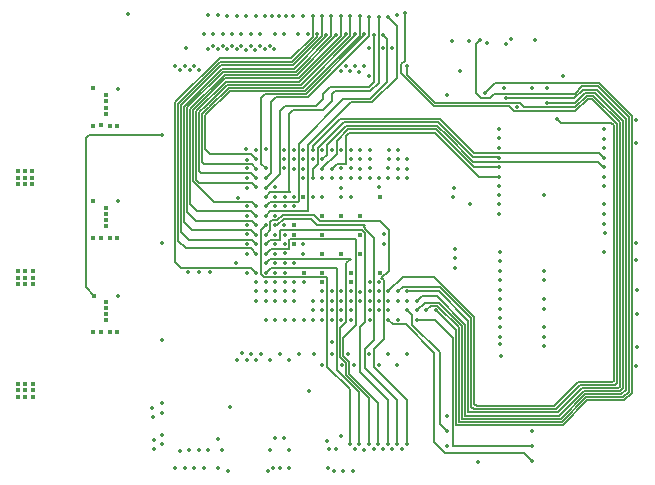
<source format=gbr>
%TF.GenerationSoftware,KiCad,Pcbnew,8.0.1*%
%TF.CreationDate,2024-12-16T00:39:24-05:00*%
%TF.ProjectId,cm,636d2e6b-6963-4616-945f-706362585858,rev?*%
%TF.SameCoordinates,Original*%
%TF.FileFunction,Copper,L3,Inr*%
%TF.FilePolarity,Positive*%
%FSLAX46Y46*%
G04 Gerber Fmt 4.6, Leading zero omitted, Abs format (unit mm)*
G04 Created by KiCad (PCBNEW 8.0.1) date 2024-12-16 00:39:24*
%MOMM*%
%LPD*%
G01*
G04 APERTURE LIST*
%TA.AperFunction,ViaPad*%
%ADD10C,0.350000*%
%TD*%
%TA.AperFunction,ViaPad*%
%ADD11C,0.403200*%
%TD*%
%TA.AperFunction,Conductor*%
%ADD12C,0.152400*%
%TD*%
%TA.AperFunction,Conductor*%
%ADD13C,0.127000*%
%TD*%
G04 APERTURE END LIST*
D10*
%TO.N,GND*%
X128600000Y-75460600D03*
D11*
X100165258Y-78994000D03*
X99187000Y-84912200D03*
D10*
X111861600Y-60147200D03*
D11*
X99187000Y-85928200D03*
X99212400Y-76403200D03*
X99181942Y-67919600D03*
D10*
X111480600Y-61696600D03*
D11*
X99161600Y-77978000D03*
X98125258Y-78994000D03*
D10*
X144195800Y-85394800D03*
X132588000Y-87960200D03*
X115900000Y-73100000D03*
X129958900Y-62280800D03*
D11*
X98795258Y-86929845D03*
D10*
X131495800Y-62458600D03*
X110261400Y-60147200D03*
D11*
X98795258Y-78984000D03*
X99207342Y-66827400D03*
X100160200Y-69443600D03*
D10*
X115900000Y-80300000D03*
X112728000Y-71450000D03*
X123875800Y-60121800D03*
D11*
X99545258Y-86939845D03*
X100165258Y-86939845D03*
D10*
X116700000Y-72300000D03*
X132562600Y-83337400D03*
X115100000Y-75500000D03*
D11*
X98120200Y-69443600D03*
X99540200Y-69443600D03*
D10*
X122300000Y-84300000D03*
X117500400Y-85877400D03*
D11*
X99187000Y-85420200D03*
D10*
X123150000Y-72288400D03*
X124700000Y-84300000D03*
D11*
X98790200Y-69433600D03*
X98125258Y-86939845D03*
X99187000Y-76936600D03*
D10*
X111074200Y-60147200D03*
X115900000Y-73900000D03*
D11*
X99181942Y-67386200D03*
D10*
X115150000Y-81100000D03*
D11*
X99187000Y-84404200D03*
D10*
X115900000Y-79450000D03*
D11*
X99545258Y-78994000D03*
D10*
X115900000Y-72300000D03*
X119913400Y-85902800D03*
D11*
X99161600Y-68453000D03*
X99187000Y-77470000D03*
D10*
X109880400Y-61696600D03*
X144100000Y-80850000D03*
X128618261Y-74704200D03*
X110667800Y-61696600D03*
X113512600Y-83464400D03*
X144068800Y-70916800D03*
%TO.N,+5V*%
X101027200Y-59994800D03*
%TO.N,/Power/3V3_PG*%
X103962200Y-70231000D03*
D11*
X98196400Y-83845400D03*
D10*
%TO.N,/Power/2V5_PG*%
X103971600Y-79425800D03*
D11*
X98120200Y-75869800D03*
%TO.N,/Power/1V1_PG*%
X98094800Y-66294000D03*
D10*
X103971600Y-87579200D03*
D11*
%TO.N,+3V3*%
X119938800Y-81915000D03*
X91770200Y-92430600D03*
D10*
X130657600Y-97891600D03*
X119126000Y-75488800D03*
D11*
X91770200Y-91313000D03*
X92379800Y-91313000D03*
D10*
X133959600Y-67868800D03*
X144094200Y-89763600D03*
X107873800Y-60121800D03*
X132562600Y-80949800D03*
D11*
X92379800Y-91871800D03*
D10*
X119930000Y-75480000D03*
X133100000Y-62550000D03*
X144068800Y-79349600D03*
D11*
X117525800Y-81889600D03*
D10*
X117525800Y-75488800D03*
D11*
X117525800Y-82677000D03*
X91770200Y-91871800D03*
D10*
X122761000Y-78638400D03*
D11*
X115138200Y-78689200D03*
X115138200Y-79502000D03*
D10*
X116738400Y-75488800D03*
X144119600Y-88163400D03*
X135559800Y-62227200D03*
X109070000Y-61694200D03*
X107470000Y-61673800D03*
D11*
X92989400Y-91871800D03*
D10*
X109702600Y-93268800D03*
X108661200Y-60121800D03*
X128485700Y-62280800D03*
X144068800Y-68935600D03*
X132588000Y-85750400D03*
D11*
X92989400Y-91313000D03*
X119938800Y-82677000D03*
D10*
X129159000Y-64795400D03*
X109474000Y-60147200D03*
D11*
X92989400Y-92430600D03*
X92379800Y-92430600D03*
D10*
X108270000Y-61686400D03*
X144170400Y-83337400D03*
D11*
X115138200Y-77901800D03*
D10*
X122761000Y-79451200D03*
%TO.N,/Power/3V3_EN*%
X107086400Y-81864200D03*
X100228400Y-83845400D03*
%TO.N,/Power/2V5_EN*%
X106121200Y-81864200D03*
X100228400Y-75869800D03*
%TO.N,/Power/1V1_EN*%
X100228400Y-66344800D03*
X108026200Y-81864200D03*
%TO.N,ECP5_PRGMN_BTN*%
X126314200Y-85090000D03*
X130898700Y-62179200D03*
%TO.N,ECP5_INITN*%
X132918200Y-66268600D03*
X133070600Y-67147633D03*
X125526800Y-85090000D03*
%TO.N,Net-(D5-A)*%
X135280400Y-66227700D03*
%TO.N,Net-(D6-A)*%
X128051800Y-66852800D03*
%TO.N,IO_D1*%
X113919000Y-88773000D03*
%TO.N,IO_D2*%
X113512600Y-85877400D03*
%TO.N,IO_E6*%
X108650000Y-98450000D03*
X114350800Y-81920800D03*
%TO.N,IO_G1*%
X116840000Y-88773000D03*
%TO.N,IO_A3*%
X111099600Y-89281000D03*
%TO.N,IO_E2*%
X114325400Y-85902800D03*
%TO.N,IO_E8*%
X114325400Y-80264000D03*
X105467428Y-96967428D03*
%TO.N,IO_B3*%
X111912400Y-84302600D03*
X114650000Y-96950000D03*
%TO.N,IO_G5*%
X113050000Y-96950000D03*
X115925600Y-82702400D03*
%TO.N,IO_J1*%
X118338600Y-88773000D03*
%TO.N,IO_D6*%
X113538000Y-81889600D03*
X109550000Y-98724128D03*
%TO.N,IO_B4*%
X111912400Y-83489800D03*
X107050000Y-96950000D03*
%TO.N,IO_D5*%
X113512600Y-82677000D03*
X112895503Y-98702811D03*
%TO.N,IO_B1*%
X112318800Y-88773000D03*
%TO.N,IO_U1*%
X123870000Y-89700000D03*
%TO.N,IO_K1*%
X118350000Y-87750000D03*
%TO.N,IO_E1*%
X114706400Y-89306400D03*
%TO.N,IO_A4*%
X110718600Y-88722200D03*
%TO.N,IO_F2*%
X115112800Y-85902800D03*
%TO.N,IO_R1*%
X122270000Y-89700000D03*
%TO.N,IO_A2*%
X111506000Y-88773000D03*
%TO.N,/Hirose Connectors/IO_P1*%
X121500000Y-88800000D03*
%TO.N,IO_D8*%
X113538000Y-80289400D03*
X105050000Y-98450000D03*
%TO.N,IO_D7*%
X105850000Y-98450000D03*
X113538000Y-81076800D03*
%TO.N,IO_L1*%
X119150000Y-89700000D03*
%TO.N,IO_A5*%
X110312200Y-89281000D03*
%TO.N,IO_C5*%
X112725200Y-82677000D03*
X106250000Y-96950000D03*
%TO.N,IO_V1*%
X124650000Y-88800000D03*
%TO.N,IO_B5*%
X111937800Y-82677000D03*
X113300000Y-98450000D03*
%TO.N,IO_B2*%
X111887000Y-89306400D03*
%TO.N,IO_E5*%
X114325400Y-82677000D03*
X109050000Y-96950000D03*
%TO.N,IO_N1*%
X120221800Y-89700000D03*
%TO.N,IO_F1*%
X115519200Y-88773000D03*
%TO.N,IO_M1*%
X119650000Y-88800000D03*
%TO.N,IO_C4*%
X112725200Y-83489800D03*
X107500000Y-98450000D03*
%TO.N,IO_F4*%
X115112800Y-83489800D03*
X113950000Y-98450000D03*
X108661200Y-95950000D03*
%TO.N,IO_F5*%
X115138200Y-82677000D03*
X106650000Y-98450000D03*
%TO.N,IO_T1*%
X123100000Y-88800000D03*
%TO.N,IO_C3*%
X114650000Y-98450000D03*
X112725200Y-84277200D03*
%TO.N,IO_H1*%
X117525800Y-89700000D03*
%TO.N,IO_C1*%
X113106200Y-89306400D03*
%TO.N,IO_J20*%
X110258484Y-63003434D03*
%TO.N,ECP5_DONE*%
X127152400Y-85090000D03*
X131313552Y-66721352D03*
%TO.N,JTAG_TCK*%
X124485400Y-59944000D03*
X123926600Y-83489800D03*
%TO.N,JTAG_TDI*%
X137355450Y-68874900D03*
X123113800Y-83489800D03*
X137922000Y-65278000D03*
%TO.N,JTAG_TDO*%
X136550400Y-66227700D03*
X133477000Y-62150000D03*
X125526800Y-84302600D03*
X136550400Y-67513200D03*
%TO.N,JTAG_TMS*%
X124663200Y-64389000D03*
X124714000Y-83489800D03*
%TO.N,Net-(U9I-CFG_1)*%
X123926600Y-84302600D03*
%TO.N,/Flash + JTAG/FLASH_IO0*%
X128066800Y-94056200D03*
%TO.N,/Flash + JTAG/FLASH_IO1*%
X135305800Y-96596200D03*
X125526800Y-85877400D03*
%TO.N,/Flash + JTAG/FLASH_IO2*%
X135305800Y-95326200D03*
%TO.N,/Flash + JTAG/FLASH_IO3*%
X128066800Y-96596200D03*
%TO.N,/Flash + JTAG/FLASH_SCK*%
X124714000Y-85064600D03*
X128066800Y-95326200D03*
%TO.N,/Flash + JTAG/FLASH_CSN*%
X123113800Y-85877400D03*
X135280400Y-97866200D03*
%TO.N,/Flash + JTAG/WRITEN*%
X123113800Y-84277200D03*
%TO.N,/Flash + JTAG/CS1N*%
X123926600Y-85902800D03*
%TO.N,/Flash + JTAG/SN_CSN*%
X123113800Y-85090000D03*
%TO.N,SDRAM_A7*%
X116713000Y-73897000D03*
X132511800Y-72158600D03*
%TO.N,SDRAM_D11*%
X132588000Y-84150200D03*
X119126000Y-84277200D03*
%TO.N,SDRAM_CASN*%
X141376400Y-76911200D03*
X119126000Y-73888600D03*
%TO.N,SDRAM_D4*%
X136300000Y-84150200D03*
X119913400Y-72288400D03*
%TO.N,SDRAM_CSN*%
X121513600Y-73888600D03*
X136300000Y-75350000D03*
%TO.N,SDRAM_A11*%
X122326400Y-73888600D03*
X132511800Y-74574400D03*
%TO.N,SDRAM_D6*%
X120726200Y-73896200D03*
X136300000Y-81762600D03*
%TO.N,SDRAM_A2*%
X124714000Y-73101200D03*
X141325600Y-70561200D03*
%TO.N,SDRAM_A5*%
X123926600Y-73101200D03*
X132486400Y-70535800D03*
%TO.N,/Hirose Connectors/IO_E7*%
X113250000Y-60150000D03*
X114325400Y-81076800D03*
%TO.N,CLK_25MHZ*%
X116357400Y-91922600D03*
X115925600Y-85877400D03*
%TO.N,SDRAM_D14*%
X132588000Y-87350600D03*
X119913400Y-83464400D03*
%TO.N,SDRAM_DQM1*%
X117525800Y-84277200D03*
X130022600Y-76123800D03*
%TO.N,SDRAM_A6*%
X123926600Y-73888600D03*
X132486400Y-71348600D03*
%TO.N,SDRAM_D12*%
X132588000Y-84937600D03*
X119126000Y-83489800D03*
%TO.N,SDRAM_A1*%
X124714000Y-73888600D03*
X141325600Y-71374000D03*
%TO.N,SDRAM_A9*%
X132511800Y-73761600D03*
X118331200Y-73101200D03*
%TO.N,SDRAM_A4*%
X132461000Y-69773800D03*
X123926600Y-72288400D03*
%TO.N,SDRAM_D13*%
X132588000Y-86537800D03*
X119913400Y-84277200D03*
%TO.N,SDRAM_WEN*%
X141401800Y-77774800D03*
X119126000Y-73075800D03*
%TO.N,SDRAM_A0*%
X141325600Y-72161400D03*
X116713000Y-71500000D03*
%TO.N,SDRAM_D10*%
X132588000Y-82550000D03*
X118313200Y-83489800D03*
%TO.N,SDRAM_D1*%
X136300000Y-87325200D03*
X121513600Y-73075800D03*
%TO.N,SDRAM_D9*%
X118313200Y-84277200D03*
X132588000Y-81737200D03*
%TO.N,SDRAM_RASN*%
X141376400Y-76123800D03*
X119126000Y-74701400D03*
%TO.N,SDRAM_D8*%
X117525800Y-83464400D03*
X132562600Y-80162400D03*
%TO.N,SDRAM_D3*%
X120726200Y-72288400D03*
X136300000Y-84937600D03*
%TO.N,SDRAM_BA0*%
X141351000Y-74549000D03*
X118338600Y-73888600D03*
%TO.N,SDRAM_A10*%
X117525800Y-72313800D03*
X141325600Y-72948800D03*
%TO.N,SDRAM_D7*%
X141376400Y-80137000D03*
X119913400Y-73075800D03*
%TO.N,SDRAM_D15*%
X132613400Y-88950800D03*
X120726200Y-83515200D03*
%TO.N,SDRAM_CKE*%
X123113800Y-73075800D03*
X132511800Y-76123800D03*
%TO.N,SDRAM_D5*%
X120726200Y-73101200D03*
X136300000Y-82550000D03*
%TO.N,SDRAM_A8*%
X117525800Y-73101200D03*
X132511800Y-72974200D03*
%TO.N,SDRAM_DQM0*%
X119913400Y-73888600D03*
X141427200Y-78511400D03*
%TO.N,SDRAM_A12*%
X132511800Y-75361800D03*
X122326400Y-74676000D03*
%TO.N,SDRAM_BA1*%
X141351000Y-73761600D03*
X117525800Y-73888600D03*
%TO.N,SDRAM_CLK*%
X123113800Y-73888600D03*
X132511800Y-76962000D03*
%TO.N,SDRAM_A3*%
X124714000Y-72288400D03*
X141351000Y-69773800D03*
%TO.N,SDRAM_D2*%
X136300000Y-86537800D03*
X121513600Y-72288400D03*
%TO.N,SDRAM_D0*%
X120726200Y-84302600D03*
X136300000Y-88112600D03*
D11*
%TO.N,+1V1*%
X92354400Y-74422000D03*
X92964000Y-73863200D03*
X92354400Y-73863200D03*
X120726200Y-80314800D03*
X91744800Y-73863200D03*
X92964000Y-73304400D03*
X91744800Y-73304400D03*
X117500400Y-78689200D03*
X119126000Y-80314800D03*
X91744800Y-74422000D03*
X120726200Y-77063600D03*
X117525800Y-77063600D03*
X117500400Y-80289400D03*
X120726200Y-78689200D03*
X119126000Y-77063600D03*
X92964000Y-74422000D03*
X92354400Y-73304400D03*
%TO.N,+2V5*%
X115900200Y-75488800D03*
X92989400Y-81762600D03*
X92379800Y-82321400D03*
D10*
X128752600Y-80695800D03*
D11*
X91770200Y-82321400D03*
X91770200Y-81762600D03*
X92379800Y-82880200D03*
X92379800Y-81762600D03*
X92989400Y-82321400D03*
X115925600Y-81889600D03*
D10*
X128752600Y-81483200D03*
D11*
X91770200Y-82880200D03*
X122402600Y-75488800D03*
D10*
X128752600Y-79883000D03*
D11*
X92989400Y-82880200D03*
X122402600Y-81889600D03*
D10*
%TO.N,IO_C20*%
X107870000Y-63000000D03*
%TO.N,IO_G20*%
X109448600Y-62992000D03*
%TO.N,IO_L20*%
X111048800Y-63017400D03*
%TO.N,IO_E20*%
X108670710Y-63002593D03*
%TO.N,IO_H20*%
X109880400Y-62712600D03*
%TO.N,IO_K20*%
X110667800Y-62712600D03*
%TO.N,IO_M20*%
X111455200Y-62712600D03*
%TO.N,IO_D20*%
X108274372Y-62712600D03*
%TO.N,IO_F20*%
X109063943Y-62709918D03*
%TO.N,IO_B20*%
X105971800Y-62850000D03*
%TO.N,IO_P20*%
X112252110Y-62676607D03*
%TO.N,IO_T20*%
X113055400Y-62687200D03*
%TO.N,IO_R20*%
X112649000Y-62941200D03*
%TO.N,IO_U20*%
X113461800Y-62966600D03*
%TO.N,IO_N20*%
X111840602Y-63012998D03*
%TO.N,IO_N19*%
X120726200Y-71501000D03*
X115070000Y-60147200D03*
%TO.N,IO_A19*%
X111074200Y-71450200D03*
X105079800Y-64439800D03*
%TO.N,IO_L19*%
X119126000Y-71526400D03*
X113487200Y-61661300D03*
%TO.N,IO_T19*%
X115874800Y-60147200D03*
X123139200Y-71501000D03*
%TO.N,IO_M19*%
X119938800Y-71501000D03*
X114274600Y-61671200D03*
%TO.N,IO_B19*%
X105486200Y-64719200D03*
X111912400Y-71475600D03*
%TO.N,IO_K19*%
X112674400Y-60147200D03*
X118313200Y-71501000D03*
%TO.N,IO_J19*%
X112268000Y-61696600D03*
X117525800Y-71501000D03*
%TO.N,IO_P19*%
X121513600Y-71501000D03*
X115466630Y-61678363D03*
%TO.N,IO_U19*%
X123926600Y-71501000D03*
X116281200Y-61671200D03*
%TO.N,IO_A18*%
X111099600Y-72339200D03*
%TO.N,IO_A13*%
X111119572Y-76289572D03*
%TO.N,IO_A16*%
X111099600Y-73914000D03*
%TO.N,IO_A17*%
X111099600Y-73075800D03*
%TO.N,IO_A15*%
X111099600Y-74701400D03*
%TO.N,IO_A14*%
X110337600Y-75539600D03*
%TO.N,IO_A11*%
X111099600Y-77876400D03*
%TO.N,IO_A12*%
X111099600Y-77089000D03*
%TO.N,IO_B18*%
X120675400Y-60198000D03*
X111912400Y-72288400D03*
%TO.N,IO_B16*%
X119862600Y-60172600D03*
X111912400Y-73888600D03*
%TO.N,IO_B15*%
X119481600Y-61722000D03*
X111912400Y-74676000D03*
%TO.N,IO_B11*%
X111912400Y-77901800D03*
X118262400Y-60147200D03*
%TO.N,IO_B17*%
X111912400Y-73101200D03*
X120269000Y-61722000D03*
%TO.N,IO_B13*%
X119075200Y-60147200D03*
X111912400Y-76276200D03*
%TO.N,IO_B12*%
X118668800Y-61747400D03*
X111912400Y-77089000D03*
%TO.N,IO_A6*%
X111099600Y-81889600D03*
%TO.N,IO_A9*%
X111099600Y-79476600D03*
%TO.N,IO_A10*%
X111099600Y-78663800D03*
%TO.N,IO_A8*%
X111099600Y-80289400D03*
%TO.N,IO_A7*%
X110210600Y-81051400D03*
%TO.N,IO_B6*%
X116687600Y-60147200D03*
X111912400Y-81889600D03*
%TO.N,IO_B9*%
X117475000Y-60147200D03*
X111912400Y-79502000D03*
%TO.N,IO_B8*%
X111912400Y-80289400D03*
X117053100Y-61722000D03*
%TO.N,IO_B10*%
X117856000Y-61747400D03*
X111912400Y-78714600D03*
%TO.N,IO_C10*%
X112725200Y-78689200D03*
X124700000Y-96400000D03*
%TO.N,IO_C14*%
X122275600Y-60248800D03*
X112725200Y-75463400D03*
%TO.N,IO_C12*%
X123063000Y-60248800D03*
X112725200Y-77089000D03*
%TO.N,IO_C13*%
X122656600Y-61747400D03*
X112725200Y-76276200D03*
%TO.N,IO_C17*%
X112725200Y-73075800D03*
X121070000Y-61733800D03*
%TO.N,IO_C15*%
X121869200Y-61747400D03*
X112725200Y-74701400D03*
%TO.N,IO_C16*%
X112725200Y-73888600D03*
X121488200Y-60223400D03*
%TO.N,IO_D15*%
X106680000Y-64439800D03*
X113512600Y-74676000D03*
%TO.N,IO_D14*%
X107061000Y-64770000D03*
X113512600Y-75463400D03*
%TO.N,IO_D13*%
X106273600Y-64744600D03*
X113512600Y-76276200D03*
%TO.N,IO_D12*%
X113512600Y-77089000D03*
X105870857Y-64437118D03*
%TO.N,IO_D18*%
X119481600Y-64414400D03*
X114300000Y-72300000D03*
%TO.N,IO_D19*%
X114300000Y-71500000D03*
X119862600Y-64846200D03*
%TO.N,IO_F19*%
X121462800Y-65227200D03*
X115900200Y-71475600D03*
%TO.N,IO_F17*%
X121056400Y-64414400D03*
X115138200Y-73101200D03*
%TO.N,IO_E17*%
X119062500Y-64820800D03*
X114300000Y-73075800D03*
%TO.N,IO_E18*%
X120269000Y-64414400D03*
X115112800Y-72313800D03*
%TO.N,IO_E19*%
X115112800Y-71501000D03*
X120650000Y-64871600D03*
%TO.N,IO_D9*%
X103936800Y-96412800D03*
X113538000Y-79476600D03*
%TO.N,IO_E15*%
X114325400Y-75488800D03*
X103149400Y-94157800D03*
%TO.N,IO_E9*%
X103911400Y-92938600D03*
X114325400Y-79476600D03*
%TO.N,IO_D10*%
X103936800Y-95656400D03*
X113512600Y-78689200D03*
%TO.N,IO_E11*%
X103225600Y-96034600D03*
X114300000Y-77876400D03*
%TO.N,IO_E4*%
X114325400Y-83489800D03*
X107850000Y-96950000D03*
%TO.N,IO_E10*%
X103225600Y-96850200D03*
X114325400Y-78689200D03*
%TO.N,IO_E13*%
X103936800Y-93751400D03*
X115087400Y-76276200D03*
%TO.N,IO_E14*%
X103124000Y-93319600D03*
X114325400Y-76276200D03*
%TO.N,/Hirose Connectors/IO_N3*%
X122650000Y-96850000D03*
X121539000Y-85090000D03*
%TO.N,/Hirose Connectors/IO_N2*%
X123450000Y-96850000D03*
X121539000Y-85902800D03*
%TO.N,/Hirose Connectors/IO_P2*%
X122326400Y-85090000D03*
X123400000Y-62900000D03*
%TO.N,/Hirose Connectors/IO_N5*%
X121539000Y-82702400D03*
X113850000Y-60150000D03*
%TO.N,/Hirose Connectors/IO_P5*%
X114439700Y-60134500D03*
X122326400Y-82702400D03*
%TO.N,/Hirose Connectors/IO_P4*%
X122326400Y-83489800D03*
X122656600Y-62890400D03*
%TO.N,/Hirose Connectors/IO_N4*%
X121539000Y-83489800D03*
X121503700Y-62900000D03*
%TO.N,/Hirose Connectors/IO_P3*%
X121528200Y-84300000D03*
X124300000Y-96850000D03*
%TO.N,/Hirose Connectors/IO_K3*%
X119300000Y-98724128D03*
X118338600Y-85064600D03*
%TO.N,/Hirose Connectors/IO_C2*%
X118500000Y-98724128D03*
X112725200Y-85902800D03*
%TO.N,/Hirose Connectors/IO_F3*%
X115112800Y-84277200D03*
X120100000Y-98724128D03*
%TO.N,/Hirose Connectors/IO_J3*%
X117500400Y-85090000D03*
X118650000Y-96850000D03*
%TO.N,/Hirose Connectors/IO_C8*%
X122250000Y-96400000D03*
X112725200Y-80289400D03*
%TO.N,/Hirose Connectors/IO_L2*%
X120250000Y-96850000D03*
X119126000Y-85902800D03*
%TO.N,/Hirose Connectors/IO_K2*%
X119067428Y-95732572D03*
X118338600Y-85902800D03*
%TO.N,/Hirose Connectors/IO_M3*%
X121850000Y-96850000D03*
X119913400Y-85064600D03*
%TO.N,/Hirose Connectors/IO_D11*%
X113512600Y-77876400D03*
X123850000Y-96400000D03*
%TO.N,/Hirose Connectors/IO_C11*%
X112725200Y-77876400D03*
X119850000Y-96400000D03*
%TO.N,/Hirose Connectors/IO_E3*%
X117878200Y-96150000D03*
X114325400Y-84277200D03*
%TO.N,/Hirose Connectors/IO_C6*%
X112725200Y-81889600D03*
X120650000Y-96400000D03*
%TO.N,/Hirose Connectors/IO_L3*%
X121050000Y-96900000D03*
X119126000Y-85090000D03*
%TO.N,/Hirose Connectors/IO_D3*%
X113512600Y-84302600D03*
X118000000Y-98400000D03*
%TO.N,/Hirose Connectors/IO_H2*%
X116713000Y-85902800D03*
X118100000Y-96850000D03*
%TO.N,/Hirose Connectors/IO_C9*%
X123050000Y-96400000D03*
X112725200Y-79476600D03*
%TO.N,/Hirose Connectors/IO_C7*%
X112725200Y-81076800D03*
X121450000Y-96400000D03*
%TO.N,/Hirose Connectors/IO_H3*%
X116750000Y-85100000D03*
X114300000Y-95900000D03*
%TO.N,/Hirose Connectors/IO_G3*%
X116750000Y-84300000D03*
X113500000Y-95900000D03*
%TD*%
D12*
%TO.N,/Power/3V3_PG*%
X97790000Y-70231000D02*
X103962200Y-70231000D01*
X98196400Y-83845400D02*
X97485200Y-83134200D01*
X97485200Y-83134200D02*
X97485200Y-70535800D01*
X97485200Y-70535800D02*
X97790000Y-70231000D01*
D13*
%TO.N,ECP5_PRGMN_BTN*%
X127262896Y-84683600D02*
X129108200Y-86528904D01*
X130962400Y-67132200D02*
X130556000Y-66725800D01*
X143449300Y-68747900D02*
X140817600Y-66116200D01*
X129108200Y-94513400D02*
X137791390Y-94513400D01*
X129108200Y-86528904D02*
X129108200Y-94513400D01*
X126720600Y-84683600D02*
X127262896Y-84683600D01*
X132054600Y-66751200D02*
X131673600Y-67132200D01*
X131673600Y-67132200D02*
X130962400Y-67132200D01*
X130556000Y-62521900D02*
X130898700Y-62179200D01*
X139522200Y-66116200D02*
X138887200Y-66751200D01*
X140817600Y-66116200D02*
X139522200Y-66116200D01*
X126314200Y-85090000D02*
X126720600Y-84683600D01*
X138887200Y-66751200D02*
X132054600Y-66751200D01*
X142972990Y-92456000D02*
X143449300Y-91979690D01*
X130556000Y-66725800D02*
X130556000Y-62521900D01*
X143449300Y-91979690D02*
X143449300Y-68747900D01*
X137791390Y-94513400D02*
X139848790Y-92456000D01*
X139848790Y-92456000D02*
X142972990Y-92456000D01*
%TO.N,ECP5_INITN*%
X140763190Y-66421000D02*
X143195300Y-68853110D01*
X129362200Y-86423694D02*
X127368106Y-84429600D01*
X142824200Y-92202000D02*
X139743580Y-92202000D01*
X143195300Y-91830900D02*
X142824200Y-92202000D01*
X139743580Y-92202000D02*
X137686180Y-94259400D01*
X143195300Y-68853110D02*
X143195300Y-91830900D01*
X126187200Y-84429600D02*
X125526800Y-85090000D01*
X139576610Y-66421000D02*
X140763190Y-66421000D01*
X127368106Y-84429600D02*
X126187200Y-84429600D01*
X138849977Y-67147633D02*
X139576610Y-66421000D01*
X129362200Y-94259400D02*
X129362200Y-86423694D01*
X137686180Y-94259400D02*
X129362200Y-94259400D01*
X133070600Y-67147633D02*
X138849977Y-67147633D01*
%TO.N,ECP5_DONE*%
X132172704Y-65862200D02*
X140944600Y-65862200D01*
X143078200Y-92710000D02*
X139954000Y-92710000D01*
X139954000Y-92710000D02*
X137871200Y-94792800D01*
X128854200Y-94792800D02*
X128854200Y-86791800D01*
X143703300Y-92084900D02*
X143078200Y-92710000D01*
X128854200Y-86791800D02*
X127152400Y-85090000D01*
X131313552Y-66721352D02*
X132172704Y-65862200D01*
X137871200Y-94792800D02*
X128854200Y-94792800D01*
X143703300Y-68620900D02*
X143703300Y-92084900D01*
X140944600Y-65862200D02*
X143703300Y-68620900D01*
%TO.N,JTAG_TCK*%
X130124200Y-85750400D02*
X130124200Y-93243400D01*
X130352800Y-93472000D02*
X137261600Y-93472000D01*
X130124200Y-93243400D02*
X130352800Y-93472000D01*
X137261600Y-93472000D02*
X139293600Y-91440000D01*
X139293600Y-91440000D02*
X142265400Y-91440000D01*
X133299200Y-67767200D02*
X126945590Y-67767200D01*
X124206000Y-64262000D02*
X124485400Y-63982600D01*
X142433300Y-69306700D02*
X140309600Y-67183000D01*
X140309600Y-67183000D02*
X139986620Y-67183000D01*
X138935320Y-68234300D02*
X133766300Y-68234300D01*
X133766300Y-68234300D02*
X133299200Y-67767200D01*
X142433300Y-91272100D02*
X142433300Y-69306700D01*
X123926600Y-83489800D02*
X124333000Y-83083400D01*
X139986620Y-67183000D02*
X138935320Y-68234300D01*
X126945590Y-67767200D02*
X124206000Y-65027610D01*
X124206000Y-65027610D02*
X124206000Y-64262000D01*
X124333000Y-83083400D02*
X127457200Y-83083400D01*
X124485400Y-63982600D02*
X124485400Y-59944000D01*
X142265400Y-91440000D02*
X142433300Y-91272100D01*
X127457200Y-83083400D02*
X130124200Y-85750400D01*
%TO.N,JTAG_TDI*%
X137355450Y-68874900D02*
X137695550Y-69215000D01*
X137695550Y-69215000D02*
X141982390Y-69215000D01*
X130606800Y-93218000D02*
X130378200Y-92989400D01*
X139188390Y-91186000D02*
X137156390Y-93218000D01*
X130378200Y-85645190D02*
X127003610Y-82270600D01*
X130378200Y-92989400D02*
X130378200Y-85645190D01*
X127003610Y-82270600D02*
X124333000Y-82270600D01*
X142062200Y-91186000D02*
X139188390Y-91186000D01*
X141982390Y-69215000D02*
X142179300Y-69411910D01*
X137156390Y-93218000D02*
X130606800Y-93218000D01*
X142179300Y-69411910D02*
X142179300Y-91068900D01*
X124333000Y-82270600D02*
X123113800Y-83489800D01*
X142179300Y-91068900D02*
X142062200Y-91186000D01*
%TO.N,JTAG_TDO*%
X142941300Y-91703900D02*
X142941300Y-69027300D01*
X129616200Y-86318484D02*
X129616200Y-94005400D01*
X136550400Y-67513200D02*
X136550400Y-67487800D01*
X127193916Y-83896200D02*
X129616200Y-86318484D01*
X142941300Y-69027300D02*
X140589000Y-66675000D01*
X136575800Y-67513200D02*
X136575800Y-67513200D01*
X142697200Y-91948000D02*
X142941300Y-91703900D01*
X138938000Y-67513200D02*
X136550400Y-67513200D01*
X125933200Y-83896200D02*
X127193916Y-83896200D01*
X140589000Y-66675000D02*
X139776200Y-66675000D01*
X139638370Y-91948000D02*
X142697200Y-91948000D01*
X129616200Y-94005400D02*
X137580970Y-94005400D01*
X125526800Y-84302600D02*
X125933200Y-83896200D01*
X137580970Y-94005400D02*
X139638370Y-91948000D01*
X139776200Y-66675000D02*
X138938000Y-67513200D01*
%TO.N,JTAG_TMS*%
X124714000Y-83489800D02*
X127381000Y-83489800D01*
X142687300Y-91576900D02*
X142687300Y-69183310D01*
X142687300Y-69183310D02*
X140432990Y-66929000D01*
X133231829Y-67503300D02*
X133221996Y-67513133D01*
X142570200Y-91694000D02*
X142687300Y-91576900D01*
X139533160Y-91694000D02*
X142570200Y-91694000D01*
X133221996Y-67513133D02*
X128195237Y-67513133D01*
X140432990Y-66929000D02*
X139881410Y-66929000D01*
X127050800Y-67513200D02*
X124663200Y-65125600D01*
X129870200Y-85979000D02*
X129870200Y-93726000D01*
X127381000Y-83489800D02*
X129870200Y-85979000D01*
X128195170Y-67513200D02*
X127050800Y-67513200D01*
X134604500Y-67878700D02*
X134229100Y-67503300D01*
X134229100Y-67503300D02*
X133231829Y-67503300D01*
X129870200Y-93726000D02*
X137501160Y-93726000D01*
X124663200Y-65125600D02*
X124663200Y-64389000D01*
X139881410Y-66929000D02*
X138931710Y-67878700D01*
X128195237Y-67513133D02*
X128195170Y-67513200D01*
X137501160Y-93726000D02*
X139533160Y-91694000D01*
X138931710Y-67878700D02*
X134604500Y-67878700D01*
D12*
%TO.N,/Flash + JTAG/FLASH_IO1*%
X128574800Y-87401400D02*
X127050800Y-85877400D01*
X127050800Y-85877400D02*
X125526800Y-85877400D01*
X128574800Y-96596200D02*
X128574800Y-87401400D01*
X135305800Y-96596200D02*
X128574800Y-96596200D01*
%TO.N,/Flash + JTAG/FLASH_SCK*%
X125120400Y-86309200D02*
X127457200Y-88646000D01*
X127457200Y-88646000D02*
X127457200Y-94716600D01*
X127457200Y-94716600D02*
X128066800Y-95326200D01*
X124714000Y-85064600D02*
X125120400Y-85471000D01*
X125120400Y-85471000D02*
X125120400Y-86309200D01*
%TO.N,/Flash + JTAG/FLASH_CSN*%
X135280400Y-97866200D02*
X135305800Y-97866200D01*
X135280400Y-97840800D02*
X135280400Y-97866200D01*
X127000000Y-88671400D02*
X127000000Y-96240600D01*
X123520200Y-86283800D02*
X124612400Y-86283800D01*
X124612400Y-86283800D02*
X127000000Y-88671400D01*
X135305800Y-97866200D02*
X135305800Y-97866200D01*
X127939800Y-97180400D02*
X134620000Y-97180400D01*
X127000000Y-96240600D02*
X127939800Y-97180400D01*
X123113800Y-85877400D02*
X123520200Y-86283800D01*
X134620000Y-97180400D02*
X135280400Y-97840800D01*
%TO.N,SDRAM_A7*%
X119327744Y-69164200D02*
X127330200Y-69164200D01*
X116713000Y-73101200D02*
X117119400Y-72694800D01*
X116713000Y-73897000D02*
X116713000Y-73101200D01*
X127330200Y-69164200D02*
X130302000Y-72136000D01*
X117119400Y-71372544D02*
X119327744Y-69164200D01*
X132511800Y-72136000D02*
X132511800Y-72158600D01*
X130302000Y-72136000D02*
X132511800Y-72136000D01*
X117119400Y-72694800D02*
X117119400Y-71372544D01*
%TO.N,SDRAM_A9*%
X127066270Y-70085666D02*
X130742204Y-73761600D01*
X130742204Y-73761600D02*
X132511800Y-73761600D01*
X119507000Y-72694800D02*
X119507000Y-70321332D01*
X118737600Y-72694800D02*
X119507000Y-72694800D01*
X119507000Y-70321332D02*
X119742666Y-70085666D01*
X119742666Y-70085666D02*
X127066270Y-70085666D01*
X118331200Y-73101200D02*
X118737600Y-72694800D01*
%TO.N,SDRAM_A0*%
X127445932Y-68884800D02*
X130316132Y-71755000D01*
X130316132Y-71755000D02*
X140919200Y-71755000D01*
X116713000Y-71500000D02*
X116713000Y-71170800D01*
X118999000Y-68884800D02*
X127445932Y-68884800D01*
X140919200Y-71755000D02*
X141325600Y-72161400D01*
X116713000Y-71170800D02*
X118999000Y-68884800D01*
%TO.N,SDRAM_A10*%
X117932200Y-71882000D02*
X117932200Y-71069200D01*
X117932200Y-71069200D02*
X119557800Y-69443600D01*
X119557800Y-69443600D02*
X127214468Y-69443600D01*
X117932200Y-71907400D02*
X117932200Y-71882000D01*
X141300200Y-72948800D02*
X141325600Y-72948800D01*
X117525800Y-72313800D02*
X117932200Y-71907400D01*
X127214468Y-69443600D02*
X128034334Y-70263466D01*
X141325600Y-72974200D02*
X141300200Y-72948800D01*
X140888200Y-72536800D02*
X141300200Y-72948800D01*
X128034334Y-70263466D02*
X130307668Y-72536800D01*
X141325600Y-72948800D02*
X141325600Y-72974200D01*
X130307668Y-72536800D02*
X140888200Y-72536800D01*
%TO.N,SDRAM_A8*%
X130324537Y-72948800D02*
X132511800Y-72974200D01*
X132511800Y-72974200D02*
X132511800Y-72948800D01*
X118719600Y-70713600D02*
X119710200Y-69723000D01*
X117525800Y-73075800D02*
X118719600Y-71882000D01*
X119710200Y-69723000D02*
X127098736Y-69723000D01*
X118719600Y-71882000D02*
X118719600Y-70713600D01*
X117525800Y-73101200D02*
X117525800Y-73075800D01*
X127098736Y-69723000D02*
X130324537Y-72948800D01*
%TO.N,SDRAM_BA1*%
X141351000Y-73787000D02*
X141325600Y-73761600D01*
X141325600Y-73761600D02*
X141351000Y-73761600D01*
X141351000Y-73761600D02*
X141351000Y-73787000D01*
D13*
%TO.N,IO_B18*%
X111912400Y-72288400D02*
X111480600Y-71856600D01*
X111480600Y-71856600D02*
X108026200Y-71856600D01*
X107619800Y-68554600D02*
X109689965Y-66484435D01*
X120675400Y-60198000D02*
X120675400Y-60172600D01*
X107619800Y-71297800D02*
X107619800Y-68554600D01*
X109689965Y-66484435D02*
X110744000Y-66484435D01*
X107619800Y-71450200D02*
X107619800Y-71297800D01*
X116023461Y-66484435D02*
X120675400Y-61832496D01*
X110744000Y-66484435D02*
X116023461Y-66484435D01*
X108026200Y-71856600D02*
X107619800Y-71450200D01*
X120675400Y-61832496D02*
X120675400Y-60198000D01*
%TO.N,IO_B16*%
X107111800Y-68329480D02*
X107672340Y-67768940D01*
X111465100Y-73441300D02*
X107223300Y-73441300D01*
X107672340Y-67768940D02*
X109464845Y-65976435D01*
X115062000Y-65976435D02*
X115744061Y-65976435D01*
X111912400Y-73888600D02*
X111465100Y-73441300D01*
X107111800Y-73329800D02*
X107111800Y-71932800D01*
X107111800Y-71932800D02*
X107111800Y-68329480D01*
X109464845Y-65976435D02*
X115062000Y-65976435D01*
X107223300Y-73441300D02*
X107111800Y-73329800D01*
X115744061Y-65976435D02*
X119862600Y-61857896D01*
X119862600Y-61857896D02*
X119862600Y-60172600D01*
%TO.N,IO_B15*%
X111912400Y-74676000D02*
X111556800Y-74320400D01*
X115569871Y-65722435D02*
X119481600Y-61810706D01*
X119481600Y-61810706D02*
X119481600Y-61722000D01*
X106857800Y-74066400D02*
X106857800Y-68224270D01*
X106857800Y-68224270D02*
X109359635Y-65722435D01*
X111556800Y-74320400D02*
X107111800Y-74320400D01*
X109359635Y-65722435D02*
X115569871Y-65722435D01*
X107111800Y-74320400D02*
X106857800Y-74066400D01*
%TO.N,IO_B11*%
X118262400Y-61857896D02*
X115245086Y-64875210D01*
X106095800Y-67908640D02*
X106095800Y-76760790D01*
X111521500Y-77510900D02*
X111912400Y-77901800D01*
X115245086Y-64875210D02*
X109129230Y-64875210D01*
X106095800Y-76760790D02*
X106845910Y-77510900D01*
X106845910Y-77510900D02*
X111521500Y-77510900D01*
X109129230Y-64875210D02*
X106095800Y-67908640D01*
X118262400Y-60147200D02*
X118262400Y-61857896D01*
%TO.N,IO_B17*%
X111521500Y-72710300D02*
X107533700Y-72710300D01*
X107533700Y-72710300D02*
X107365800Y-72542400D01*
X107365800Y-71983600D02*
X107365800Y-68434690D01*
X109570055Y-66230435D02*
X115167210Y-66230435D01*
X120269000Y-61810706D02*
X120269000Y-61722000D01*
X107365800Y-68434690D02*
X107926340Y-67874150D01*
X115167210Y-66230435D02*
X115849271Y-66230435D01*
X120269000Y-61722000D02*
X120269000Y-61696600D01*
X107365800Y-72542400D02*
X107365800Y-71983600D01*
X107926340Y-67874150D02*
X109570055Y-66230435D01*
X111912400Y-73101200D02*
X111521500Y-72710300D01*
X115849271Y-66230435D02*
X120269000Y-61810706D01*
%TO.N,IO_B13*%
X106603800Y-68119060D02*
X109294330Y-65428530D01*
X108340900Y-75910700D02*
X106603800Y-74173600D01*
X106603800Y-74173600D02*
X106603800Y-68119060D01*
X109294330Y-65428530D02*
X115504566Y-65428530D01*
X119075200Y-60147200D02*
X119075200Y-60172600D01*
X111912400Y-76276200D02*
X111546900Y-75910700D01*
X115504566Y-65428530D02*
X119075200Y-61857896D01*
X119075200Y-61857896D02*
X119075200Y-60147200D01*
X111546900Y-75910700D02*
X108340900Y-75910700D01*
%TO.N,IO_B12*%
X106349800Y-76098400D02*
X106906980Y-76655580D01*
X115350296Y-65129210D02*
X109234440Y-65129210D01*
X118668800Y-61645800D02*
X118668800Y-61747400D01*
X106906980Y-76655580D02*
X111478980Y-76655580D01*
X118668800Y-61747400D02*
X118668800Y-61810706D01*
X106349800Y-68013850D02*
X106349800Y-76098400D01*
X118668800Y-61810706D02*
X115350296Y-65129210D01*
X109234440Y-65129210D02*
X106349800Y-68013850D01*
X111478980Y-76655580D02*
X111912400Y-77089000D01*
%TO.N,IO_B6*%
X116687600Y-61950600D02*
X114884200Y-63754000D01*
X108813600Y-63754000D02*
X105079800Y-67487800D01*
X105562400Y-81483200D02*
X111506000Y-81483200D01*
X116687600Y-60147200D02*
X116687600Y-60172600D01*
X105079800Y-67487800D02*
X105079800Y-81000600D01*
X105079800Y-81000600D02*
X105562400Y-81483200D01*
X114884200Y-63754000D02*
X108813600Y-63754000D01*
X111506000Y-81483200D02*
X111912400Y-81889600D01*
X116687600Y-60147200D02*
X116687600Y-61950600D01*
%TO.N,IO_B9*%
X108947820Y-64338200D02*
X115018420Y-64338200D01*
X111912400Y-79502000D02*
X111521500Y-79111100D01*
X106263700Y-79111100D02*
X105587800Y-78435200D01*
X105587800Y-67698220D02*
X108947820Y-64338200D01*
X117475000Y-60147200D02*
X117475000Y-60172600D01*
X105587800Y-78435200D02*
X105587800Y-67698220D01*
X117475000Y-61881620D02*
X117475000Y-60147200D01*
X111521500Y-79111100D02*
X106263700Y-79111100D01*
X115018420Y-64338200D02*
X117475000Y-61881620D01*
%TO.N,IO_B8*%
X105333800Y-67593010D02*
X105333800Y-79248000D01*
X105927900Y-79842100D02*
X111465100Y-79842100D01*
X111465100Y-79842100D02*
X111912400Y-80289400D01*
X105333800Y-79248000D02*
X105927900Y-79842100D01*
X108878905Y-64047905D02*
X105333800Y-67593010D01*
X114949505Y-64047905D02*
X108878905Y-64047905D01*
X117053100Y-61944310D02*
X114949505Y-64047905D01*
X117053100Y-61722000D02*
X117053100Y-61944310D01*
%TO.N,IO_B10*%
X117856000Y-61859830D02*
X117856000Y-61747400D01*
X105841800Y-77368400D02*
X105841800Y-67803430D01*
X105859915Y-67785315D02*
X109024020Y-64621210D01*
X105841800Y-67803430D02*
X105859915Y-67785315D01*
X111496100Y-78298300D02*
X106492300Y-78298300D01*
X111912400Y-78714600D02*
X111496100Y-78298300D01*
X105841800Y-77647800D02*
X105841800Y-77368400D01*
X114782600Y-64621210D02*
X115094620Y-64621210D01*
X109024020Y-64621210D02*
X114782600Y-64621210D01*
X115094620Y-64621210D02*
X117856000Y-61859830D01*
X106492300Y-78298300D02*
X105841800Y-77647800D01*
D12*
%TO.N,IO_C10*%
X122704600Y-82545744D02*
X122704600Y-87495400D01*
X114173000Y-76987400D02*
X116789200Y-76987400D01*
X124700000Y-92700000D02*
X124700000Y-96400000D01*
X121878200Y-88321800D02*
X121878200Y-89878200D01*
X116789200Y-76987400D02*
X117322600Y-77520800D01*
X121878200Y-89878200D02*
X124700000Y-92700000D01*
X117322600Y-77520800D02*
X122402600Y-77520800D01*
X113690400Y-77470000D02*
X114173000Y-76987400D01*
X113106200Y-78308200D02*
X113106200Y-77597000D01*
X123139200Y-78257400D02*
X123139200Y-81725474D01*
X113233200Y-77470000D02*
X113690400Y-77470000D01*
X122402600Y-77520800D02*
X123139200Y-78257400D01*
X123139200Y-81725474D02*
X122511765Y-82352909D01*
X122704600Y-87495400D02*
X121878200Y-88321800D01*
X122511765Y-82352909D02*
X122704600Y-82545744D01*
X113106200Y-77597000D02*
X113233200Y-77470000D01*
X112725200Y-78689200D02*
X113106200Y-78308200D01*
%TO.N,IO_C14*%
X117551200Y-68148200D02*
X118313200Y-67386200D01*
X114700000Y-75025200D02*
X114700000Y-68459400D01*
D13*
X113106200Y-75082400D02*
X114757200Y-75082400D01*
D12*
X118552800Y-66497200D02*
X121589800Y-66497200D01*
X118313200Y-66736800D02*
X118552800Y-66497200D01*
X114747300Y-75072500D02*
X114700000Y-75025200D01*
X115011200Y-68148200D02*
X117551200Y-68148200D01*
D13*
X121589800Y-66497200D02*
X122275600Y-65811400D01*
D12*
X114700000Y-68459400D02*
X115011200Y-68148200D01*
D13*
X112725200Y-75463400D02*
X113106200Y-75082400D01*
D12*
X118313200Y-67386200D02*
X118313200Y-66736800D01*
D13*
X114757200Y-75082400D02*
X114747300Y-75072500D01*
X122275600Y-65811400D02*
X122275600Y-60248800D01*
%TO.N,IO_C12*%
X116332000Y-76708000D02*
X113106200Y-76708000D01*
X123834900Y-61020700D02*
X123834900Y-63041796D01*
X123063000Y-60248800D02*
X123834900Y-61020700D01*
X121731305Y-67473295D02*
X119953305Y-67473295D01*
X116332000Y-71094600D02*
X116332000Y-76708000D01*
X119953305Y-67473295D02*
X116332000Y-71094600D01*
X123834900Y-63041796D02*
X123825000Y-63051696D01*
X123825000Y-63051696D02*
X123825000Y-65379600D01*
X123825000Y-65379600D02*
X121731305Y-67473295D01*
X113106200Y-76708000D02*
X112725200Y-77089000D01*
%TO.N,IO_C13*%
X123022100Y-65776100D02*
X123022100Y-62112900D01*
X115508100Y-70978700D02*
X119267505Y-67219295D01*
X113106200Y-75895200D02*
X115471600Y-75895200D01*
X115508100Y-75858700D02*
X115508100Y-70978700D01*
X121578905Y-67219295D02*
X123022100Y-65776100D01*
X123022100Y-62112900D02*
X122656600Y-61747400D01*
X112725200Y-76276200D02*
X113106200Y-75895200D01*
X115471600Y-75895200D02*
X115508100Y-75858700D01*
X119267505Y-67219295D02*
X121578905Y-67219295D01*
%TO.N,IO_C17*%
X121070000Y-61797106D02*
X116128671Y-66738435D01*
X112318800Y-72669400D02*
X112725200Y-73075800D01*
X112687165Y-66738435D02*
X112318800Y-67106800D01*
X112318800Y-67106800D02*
X112318800Y-72669400D01*
X121070000Y-61733800D02*
X121070000Y-61797106D01*
X116128671Y-66738435D02*
X112687165Y-66738435D01*
D12*
%TO.N,IO_C15*%
X113900000Y-73526600D02*
X112725200Y-74701400D01*
X121429120Y-66175280D02*
X118184172Y-66175280D01*
X116967000Y-67792600D02*
X114325400Y-67792600D01*
D13*
X121869200Y-65735200D02*
X121429120Y-66175280D01*
D12*
X114325400Y-67792600D02*
X113900000Y-68218000D01*
X113900000Y-73488600D02*
X113900000Y-73526600D01*
X117566700Y-66792752D02*
X117566700Y-67192900D01*
X117566700Y-67192900D02*
X116967000Y-67792600D01*
D13*
X121869200Y-61747400D02*
X121869200Y-65735200D01*
D12*
X118184172Y-66175280D02*
X117566700Y-66792752D01*
X113900000Y-68218000D02*
X113900000Y-73488600D01*
D13*
%TO.N,IO_C16*%
X121488200Y-60223400D02*
X121488200Y-61832496D01*
X113131600Y-67411600D02*
X113131600Y-73482200D01*
X121488200Y-61832496D02*
X116328261Y-66992435D01*
X113131600Y-73482200D02*
X112725200Y-73888600D01*
X116328261Y-66992435D02*
X113550765Y-66992435D01*
X113550765Y-66992435D02*
X113131600Y-67411600D01*
%TO.N,/Hirose Connectors/IO_C8*%
X122250000Y-96400000D02*
X122250000Y-92919080D01*
X120280100Y-79081300D02*
X114742900Y-79081300D01*
X114742900Y-79081300D02*
X114706400Y-79117800D01*
X119253000Y-87397000D02*
X120330900Y-86319100D01*
X113131600Y-79883000D02*
X112725200Y-80289400D01*
X114706400Y-79117800D02*
X114706400Y-79879800D01*
X119769500Y-90438580D02*
X119769500Y-89443394D01*
X119769500Y-89443394D02*
X119253000Y-88926894D01*
X119253000Y-88926894D02*
X119253000Y-87397000D01*
X122250000Y-92919080D02*
X119769500Y-90438580D01*
X120330900Y-79132100D02*
X120280100Y-79081300D01*
X114703200Y-79883000D02*
X113131600Y-79883000D01*
X114706400Y-79879800D02*
X114703200Y-79883000D01*
X120330900Y-86319100D02*
X120330900Y-79132100D01*
D12*
%TO.N,/Hirose Connectors/IO_D11*%
X121917200Y-87582000D02*
X121100000Y-88399200D01*
X116535200Y-77317600D02*
X117091515Y-77873915D01*
X113700160Y-77876400D02*
X114258960Y-77317600D01*
X121917200Y-78930554D02*
X121917200Y-87582000D01*
X121155515Y-77873915D02*
X120999057Y-78030373D01*
X121234032Y-78247386D02*
X121917200Y-78930554D01*
X121100000Y-89950000D02*
X123850000Y-92700000D01*
X114258960Y-77317600D02*
X116535200Y-77317600D01*
X121216070Y-78247386D02*
X121234032Y-78247386D01*
X120999057Y-78030373D02*
X121216070Y-78247386D01*
X117091515Y-77873915D02*
X121155515Y-77873915D01*
X113512600Y-77876400D02*
X113700160Y-77876400D01*
X123850000Y-92700000D02*
X123850000Y-96400000D01*
X121100000Y-88399200D02*
X121100000Y-89950000D01*
D13*
%TO.N,/Hirose Connectors/IO_C11*%
X117921100Y-89854100D02*
X117921100Y-82284900D01*
X112318800Y-78282800D02*
X112725200Y-77876400D01*
X119850000Y-96400000D02*
X119850000Y-91783000D01*
X117921100Y-82284900D02*
X114503596Y-82284900D01*
X119850000Y-91783000D02*
X117921100Y-89854100D01*
X112605004Y-82286300D02*
X112318800Y-82000096D01*
X114503596Y-82284900D02*
X114502196Y-82286300D01*
X112318800Y-82000096D02*
X112318800Y-78282800D01*
X114502196Y-82286300D02*
X112605004Y-82286300D01*
%TO.N,/Hirose Connectors/IO_C6*%
X112725200Y-81889600D02*
X113131600Y-81483200D01*
X118745000Y-81483200D02*
X118745000Y-90132500D01*
X120650000Y-92037500D02*
X120650000Y-96400000D01*
X118745000Y-90132500D02*
X120650000Y-92037500D01*
X113131600Y-81483200D02*
X118745000Y-81483200D01*
D12*
%TO.N,/Hirose Connectors/IO_C9*%
X121150000Y-78558486D02*
X121150000Y-86048656D01*
D13*
X113919000Y-78344700D02*
X113969800Y-78293900D01*
D12*
X121118300Y-78526786D02*
X121150000Y-78558486D01*
D13*
X113969800Y-78293900D02*
X120885414Y-78293900D01*
D12*
X120700000Y-90350000D02*
X123050000Y-92700000D01*
X123050000Y-92700000D02*
X123050000Y-96400000D01*
D13*
X113106200Y-79095600D02*
X113919000Y-79095600D01*
X120885414Y-78293900D02*
X121118300Y-78526786D01*
X113919000Y-79095600D02*
X113919000Y-78344700D01*
X112725200Y-79476600D02*
X113106200Y-79095600D01*
D12*
X120700000Y-86498656D02*
X120700000Y-90350000D01*
X121150000Y-86048656D02*
X120700000Y-86498656D01*
D13*
%TO.N,/Hirose Connectors/IO_C7*%
X119546700Y-81060200D02*
X119546700Y-86052996D01*
X119900000Y-80706900D02*
X119546700Y-81060200D01*
X112725200Y-81076800D02*
X113095100Y-80706900D01*
X118999000Y-86600696D02*
X118999000Y-89032104D01*
X113095100Y-80706900D02*
X119900000Y-80706900D01*
X119515500Y-90543790D02*
X121450000Y-92478290D01*
X119546700Y-86052996D02*
X118999000Y-86600696D01*
X118999000Y-89032104D02*
X119515500Y-89548604D01*
X121450000Y-92478290D02*
X121450000Y-96400000D01*
X119515500Y-89548604D02*
X119515500Y-90543790D01*
%TD*%
M02*

</source>
